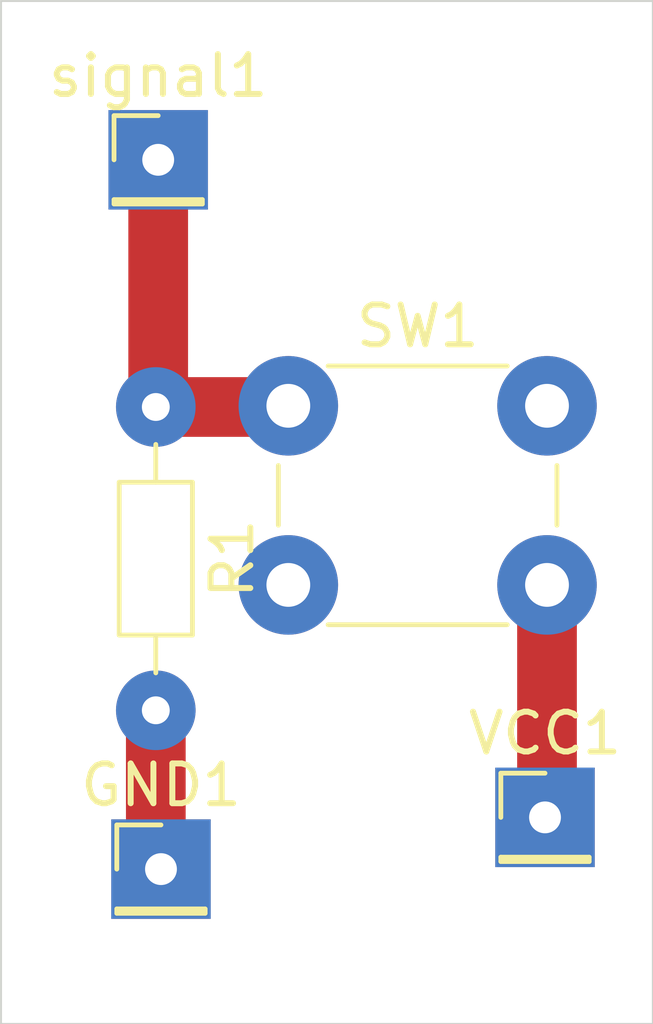
<source format=kicad_pcb>
(kicad_pcb (version 20241229) (generator "pcbnew") (generator_version "9.0")
  (layers (0 "F.Cu" signal) (2 "B.Cu" signal) (13 "F.Paste" user) (15 "B.Paste" user) (5 "F.SilkS" user "F.Silkscreen") (7 "B.SilkS" user "B.Silkscreen") (1 "F.Mask" user) (3 "B.Mask" user) (25 "Edge.Cuts" user))
  (net 0 "")
  (net 1 "Net-(GND1-Pin_1)")
  (net 2 "Net-(signal1-Pin_1)")
  (net 3 "Net-(VCC1-Pin_1)")
  (footprint "Resistor_THT:R_Axial_DIN0204_L3.6mm_D1.6mm_P7.62mm_Horizontal" (layer "F.Cu") (at 149.3 67.95 -90)
    (property "Reference" "R1" (at 3.81 -1.92 90) (layer "F.SilkS"))
    (property "Value" "R")
    (fp_line (start 1.89 0.92) (end 5.73 0.92) (stroke (width 0.12)) (layer "F.SilkS"))
    (fp_line (start 5.73 0.92) (end 5.73 -0.92) (stroke (width 0.12)) (layer "F.SilkS"))
    (fp_line (start 0.94 0) (end 1.89 0) (stroke (width 0.12)) (layer "F.SilkS"))
    (fp_line (start 6.68 0) (end 5.73 0) (stroke (width 0.12)) (layer "F.SilkS"))
    (fp_line (start 1.89 -0.92) (end 1.89 0.92) (stroke (width 0.12)) (layer "F.SilkS"))
    (fp_line (start 5.73 -0.92) (end 1.89 -0.92) (stroke (width 0.12)) (layer "F.SilkS"))
    (pad "1" thru_hole circle (at 0 0 270) (size 2 2) (drill 0.7) (layers "*.Cu" "*.Mask") (net 2 "Net-(signal1-Pin_1)"))
    (pad "2" thru_hole circle (at 7.62 0 270) (size 2 2) (drill 0.7) (layers "*.Cu" "*.Mask") (net 1 "Net-(GND1-Pin_1)"))
  )
  (footprint "Connector_PinHeader_2.00mm:PinHeader_1x01_P2.00mm_Vertical" (layer "F.Cu") (at 149.43 79.56)
    (property "Reference" "GND1" (at 0 -2.11 0) (layer "F.SilkS"))
    (property "Value" "GND")
    (fp_line (start -1.11 -1.11) (end 0 -1.11) (stroke (width 0.12)) (layer "F.SilkS"))
    (fp_line (start -1.11 0) (end -1.11 -1.11) (stroke (width 0.12)) (layer "F.SilkS"))
    (fp_line (start -1.11 1) (end -1.11 1.11) (stroke (width 0.12)) (layer "F.SilkS"))
    (fp_line (start -1.11 1) (end 1.11 1) (stroke (width 0.12)) (layer "F.SilkS"))
    (fp_line (start -1.11 1.11) (end 1.11 1.11) (stroke (width 0.12)) (layer "F.SilkS"))
    (fp_line (start 1.11 1) (end 1.11 1.11) (stroke (width 0.12)) (layer "F.SilkS"))
    (pad "1" thru_hole rect (at 0 0) (size 2.5 2.5) (drill 0.8) (layers "*.Cu" "*.Mask") (net 1 "Net-(GND1-Pin_1)"))
  )
  (footprint "Connector_PinHeader_2.00mm:PinHeader_1x01_P2.00mm_Vertical" (layer "F.Cu") (at 149.36 61.74)
    (property "Reference" "signal1" (at 0 -2.11 0) (layer "F.SilkS"))
    (property "Value" "VCC")
    (fp_line (start -1.11 -1.11) (end 0 -1.11) (stroke (width 0.12)) (layer "F.SilkS"))
    (fp_line (start -1.11 0) (end -1.11 -1.11) (stroke (width 0.12)) (layer "F.SilkS"))
    (fp_line (start -1.11 1) (end -1.11 1.11) (stroke (width 0.12)) (layer "F.SilkS"))
    (fp_line (start -1.11 1) (end 1.11 1) (stroke (width 0.12)) (layer "F.SilkS"))
    (fp_line (start -1.11 1.11) (end 1.11 1.11) (stroke (width 0.12)) (layer "F.SilkS"))
    (fp_line (start 1.11 1) (end 1.11 1.11) (stroke (width 0.12)) (layer "F.SilkS"))
    (pad "2" thru_hole rect (at 0 0) (size 2.5 2.5) (drill 0.8) (layers "*.Cu" "*.Mask") (net 2 "Net-(signal1-Pin_1)"))
  )
  (footprint "Button_Switch_THT:SW_PUSH_6mm" (layer "F.Cu") (at 152.63 67.92)
    (property "Reference" "SW1" (at 3.25 -2 0) (layer "F.SilkS"))
    (property "Value" "SW_Push")
    (fp_line (start -0.25 1.5) (end -0.25 3) (stroke (width 0.12)) (layer "F.SilkS"))
    (fp_line (start 1 5.5) (end 5.5 5.5) (stroke (width 0.12)) (layer "F.SilkS"))
    (fp_line (start 5.5 -1) (end 1 -1) (stroke (width 0.12)) (layer "F.SilkS"))
    (fp_line (start 6.75 3) (end 6.75 1.5) (stroke (width 0.12)) (layer "F.SilkS"))
    (pad "1" thru_hole circle (at 0 0 90) (size 2.5 2.5) (drill 1.1) (layers "*.Cu" "*.Mask") (net 2 "Net-(signal1-Pin_1)"))
    (pad "1" thru_hole circle (at 6.5 0 90) (size 2.5 2.5) (drill 1.1) (layers "*.Cu" "*.Mask") (net 2 "Net-(signal1-Pin_1)"))
    (pad "2" thru_hole circle (at 0 4.5 90) (size 2.5 2.5) (drill 1.1) (layers "*.Cu" "*.Mask") (net 3 "Net-(VCC1-Pin_1)"))
    (pad "2" thru_hole circle (at 6.5 4.5 90) (size 2.5 2.5) (drill 1.1) (layers "*.Cu" "*.Mask") (net 3 "Net-(VCC1-Pin_1)"))
  )
  (footprint "Connector_PinHeader_2.00mm:PinHeader_1x01_P2.00mm_Vertical" (layer "F.Cu") (at 159.08 78.26)
    (property "Reference" "VCC1" (at 0 -2.11 0) (layer "F.SilkS"))
    (property "Value" "VCC")
    (fp_line (start -1.11 -1.11) (end 0 -1.11) (stroke (width 0.12)) (layer "F.SilkS"))
    (fp_line (start -1.11 0) (end -1.11 -1.11) (stroke (width 0.12)) (layer "F.SilkS"))
    (fp_line (start -1.11 1) (end -1.11 1.11) (stroke (width 0.12)) (layer "F.SilkS"))
    (fp_line (start -1.11 1) (end 1.11 1) (stroke (width 0.12)) (layer "F.SilkS"))
    (fp_line (start -1.11 1.11) (end 1.11 1.11) (stroke (width 0.12)) (layer "F.SilkS"))
    (fp_line (start 1.11 1) (end 1.11 1.11) (stroke (width 0.12)) (layer "F.SilkS"))
    (pad "1" thru_hole rect (at 0 0) (size 2.5 2.5) (drill 0.8) (layers "*.Cu" "*.Mask") (net 3 "Net-(VCC1-Pin_1)"))
  )
  (gr_rect (start 145.41 57.75) (end 161.79 83.45) (stroke (width 0.05)) (fill no) (layer "Edge.Cuts"))
  (segment (start 149.3 75.57) (end 149.3 79.43) (width 1.5) (layer "F.Cu") (net 1))
  (segment (start 149.3 79.43) (end 149.43 79.56) (width 1.5) (layer "F.Cu") (net 1))
  (segment (start 149.36 67.89) (end 149.3 67.95) (width 1.5) (layer "F.Cu") (net 2))
  (segment (start 149.36 61.74) (end 149.36 67.89) (width 1.5) (layer "F.Cu") (net 2))
  (segment (start 152.6 67.95) (end 152.63 67.92) (width 1.5) (layer "F.Cu") (net 2))
  (segment (start 149.3 67.95) (end 152.6 67.95) (width 1.5) (layer "F.Cu") (net 2))
  (segment (start 159.13 72.42) (end 159.13 78.21) (width 1.5) (layer "F.Cu") (net 3))
  (segment (start 159.13 78.21) (end 159.08 78.26) (width 1.5) (layer "F.Cu") (net 3))
)
</source>
